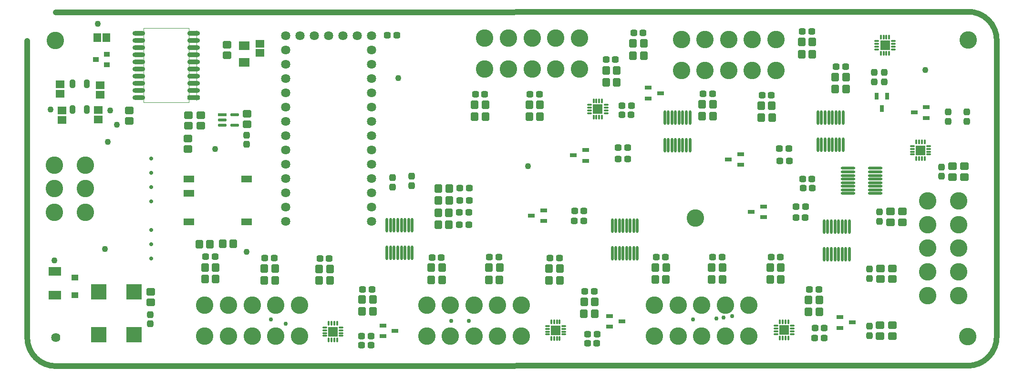
<source format=gts>
G04*
G04 #@! TF.GenerationSoftware,Altium Limited,Altium Designer,22.8.2 (66)*
G04*
G04 Layer_Color=8388736*
%FSLAX44Y44*%
%MOMM*%
G71*
G04*
G04 #@! TF.SameCoordinates,3B6084FD-5DD7-4A75-9D95-E8563ACB50C0*
G04*
G04*
G04 #@! TF.FilePolarity,Negative*
G04*
G01*
G75*
%ADD18C,1.0000*%
%ADD19C,0.0254*%
%ADD20C,0.0500*%
G04:AMPARAMS|DCode=24|XSize=1.5544mm|YSize=0.5721mm|CornerRadius=0.2861mm|HoleSize=0mm|Usage=FLASHONLY|Rotation=0.000|XOffset=0mm|YOffset=0mm|HoleType=Round|Shape=RoundedRectangle|*
%AMROUNDEDRECTD24*
21,1,1.5544,0.0000,0,0,0.0*
21,1,0.9823,0.5721,0,0,0.0*
1,1,0.5721,0.4911,0.0000*
1,1,0.5721,-0.4911,0.0000*
1,1,0.5721,-0.4911,0.0000*
1,1,0.5721,0.4911,0.0000*
%
%ADD24ROUNDEDRECTD24*%
%ADD25R,1.5544X0.5721*%
%ADD35R,2.1800X1.6200*%
%ADD36R,1.8582X1.5057*%
%ADD48O,0.4516X2.6516*%
%ADD49O,2.6516X0.4516*%
%ADD50R,1.9016X1.3016*%
G04:AMPARAMS|DCode=51|XSize=1.4016mm|YSize=1.6017mm|CornerRadius=0.3758mm|HoleSize=0mm|Usage=FLASHONLY|Rotation=180.000|XOffset=0mm|YOffset=0mm|HoleType=Round|Shape=RoundedRectangle|*
%AMROUNDEDRECTD51*
21,1,1.4016,0.8501,0,0,180.0*
21,1,0.6500,1.6017,0,0,180.0*
1,1,0.7516,-0.3250,0.4251*
1,1,0.7516,0.3250,0.4251*
1,1,0.7516,0.3250,-0.4251*
1,1,0.7516,-0.3250,-0.4251*
%
%ADD51ROUNDEDRECTD51*%
G04:AMPARAMS|DCode=52|XSize=1.4016mm|YSize=1.6017mm|CornerRadius=0.3758mm|HoleSize=0mm|Usage=FLASHONLY|Rotation=90.000|XOffset=0mm|YOffset=0mm|HoleType=Round|Shape=RoundedRectangle|*
%AMROUNDEDRECTD52*
21,1,1.4016,0.8501,0,0,90.0*
21,1,0.6500,1.6017,0,0,90.0*
1,1,0.7516,0.4251,0.3250*
1,1,0.7516,0.4251,-0.3250*
1,1,0.7516,-0.4251,-0.3250*
1,1,0.7516,-0.4251,0.3250*
%
%ADD52ROUNDEDRECTD52*%
G04:AMPARAMS|DCode=53|XSize=1.1016mm|YSize=1.2516mm|CornerRadius=0.3008mm|HoleSize=0mm|Usage=FLASHONLY|Rotation=0.000|XOffset=0mm|YOffset=0mm|HoleType=Round|Shape=RoundedRectangle|*
%AMROUNDEDRECTD53*
21,1,1.1016,0.6500,0,0,0.0*
21,1,0.5000,1.2516,0,0,0.0*
1,1,0.6016,0.2500,-0.3250*
1,1,0.6016,-0.2500,-0.3250*
1,1,0.6016,-0.2500,0.3250*
1,1,0.6016,0.2500,0.3250*
%
%ADD53ROUNDEDRECTD53*%
G04:AMPARAMS|DCode=54|XSize=1.1016mm|YSize=1.2516mm|CornerRadius=0.3008mm|HoleSize=0mm|Usage=FLASHONLY|Rotation=270.000|XOffset=0mm|YOffset=0mm|HoleType=Round|Shape=RoundedRectangle|*
%AMROUNDEDRECTD54*
21,1,1.1016,0.6500,0,0,270.0*
21,1,0.5000,1.2516,0,0,270.0*
1,1,0.6016,-0.3250,-0.2500*
1,1,0.6016,-0.3250,0.2500*
1,1,0.6016,0.3250,0.2500*
1,1,0.6016,0.3250,-0.2500*
%
%ADD54ROUNDEDRECTD54*%
%ADD55R,2.8016X2.8016*%
G04:AMPARAMS|DCode=56|XSize=1.2516mm|YSize=0.7016mm|CornerRadius=0.1258mm|HoleSize=0mm|Usage=FLASHONLY|Rotation=0.000|XOffset=0mm|YOffset=0mm|HoleType=Round|Shape=RoundedRectangle|*
%AMROUNDEDRECTD56*
21,1,1.2516,0.4500,0,0,0.0*
21,1,1.0000,0.7016,0,0,0.0*
1,1,0.2516,0.5000,-0.2250*
1,1,0.2516,-0.5000,-0.2250*
1,1,0.2516,-0.5000,0.2250*
1,1,0.2516,0.5000,0.2250*
%
%ADD56ROUNDEDRECTD56*%
G04:AMPARAMS|DCode=57|XSize=1.2516mm|YSize=0.7016mm|CornerRadius=0.1258mm|HoleSize=0mm|Usage=FLASHONLY|Rotation=270.000|XOffset=0mm|YOffset=0mm|HoleType=Round|Shape=RoundedRectangle|*
%AMROUNDEDRECTD57*
21,1,1.2516,0.4500,0,0,270.0*
21,1,1.0000,0.7016,0,0,270.0*
1,1,0.2516,-0.2250,-0.5000*
1,1,0.2516,-0.2250,0.5000*
1,1,0.2516,0.2250,0.5000*
1,1,0.2516,0.2250,-0.5000*
%
%ADD57ROUNDEDRECTD57*%
%ADD58R,1.0016X0.9016*%
%ADD59R,1.2016X1.0516*%
%ADD60R,1.5516X1.4016*%
%ADD61R,1.4016X1.5516*%
%ADD62R,1.5516X1.3516*%
%ADD63O,0.9016X0.3516*%
%ADD64O,0.3516X0.9016*%
%ADD65R,1.7816X1.7816*%
%ADD66R,1.7816X1.7816*%
%ADD67C,1.1016*%
%ADD68O,2.2606X0.8128*%
G04:AMPARAMS|DCode=69|XSize=2.2606mm|YSize=0.8128mm|CornerRadius=0.2286mm|HoleSize=0mm|Usage=FLASHONLY|Rotation=180.000|XOffset=0mm|YOffset=0mm|HoleType=Round|Shape=RoundedRectangle|*
%AMROUNDEDRECTD69*
21,1,2.2606,0.3556,0,0,180.0*
21,1,1.8034,0.8128,0,0,180.0*
1,1,0.4572,-0.9017,0.1778*
1,1,0.4572,0.9017,0.1778*
1,1,0.4572,0.9017,-0.1778*
1,1,0.4572,-0.9017,-0.1778*
%
%ADD69ROUNDEDRECTD69*%
G04:AMPARAMS|DCode=70|XSize=1.4516mm|YSize=1.0016mm|CornerRadius=0.2758mm|HoleSize=0mm|Usage=FLASHONLY|Rotation=90.000|XOffset=0mm|YOffset=0mm|HoleType=Round|Shape=RoundedRectangle|*
%AMROUNDEDRECTD70*
21,1,1.4516,0.4500,0,0,90.0*
21,1,0.9000,1.0016,0,0,90.0*
1,1,0.5516,0.2250,0.4500*
1,1,0.5516,0.2250,-0.4500*
1,1,0.5516,-0.2250,-0.4500*
1,1,0.5516,-0.2250,0.4500*
%
%ADD70ROUNDEDRECTD70*%
%ADD71C,1.6316*%
%ADD72C,0.7016*%
%ADD73C,3.1016*%
%ADD74C,1.6256*%
%ADD75C,0.7616*%
D18*
X-899Y50800D02*
G03*
X50253Y119I50683J0D01*
G01*
X1668595Y738D02*
G03*
X1720070Y52692I0J51477D01*
G01*
X1720140Y579741D02*
G03*
X1668988Y630422I-50683J0D01*
G01*
X50253Y-4D02*
X1668595Y738D01*
X1720070Y52692D02*
X1720088Y579741D01*
X49673Y629466D02*
X1668988Y630420D01*
X-1016Y50800D02*
X-1008Y578314D01*
D19*
X299227Y472948D02*
Y597154D01*
D20*
X205930Y468926D02*
X285825D01*
X205930D02*
Y600964D01*
X285825D01*
Y468926D02*
Y600964D01*
D24*
X367284Y447244D02*
D03*
Y428244D02*
D03*
X345278D02*
D03*
Y437744D02*
D03*
D25*
Y447244D02*
D03*
D35*
X48260Y126220D02*
D03*
Y168420D02*
D03*
D36*
X384128Y540482D02*
D03*
Y570006D02*
D03*
D48*
X1175408Y441960D02*
D03*
X1169008D02*
D03*
X1162608D02*
D03*
X1156208D02*
D03*
X1149808D02*
D03*
X1143408D02*
D03*
X1137008D02*
D03*
X1130608D02*
D03*
X1175408Y392960D02*
D03*
X1169008D02*
D03*
X1162608D02*
D03*
X1156208D02*
D03*
X1149808D02*
D03*
X1143408D02*
D03*
X1137008D02*
D03*
X1130608D02*
D03*
X1447392Y442468D02*
D03*
X1440992D02*
D03*
X1434592D02*
D03*
X1428192D02*
D03*
X1421792D02*
D03*
X1415392D02*
D03*
X1408992D02*
D03*
X1402592D02*
D03*
X1447392Y393468D02*
D03*
X1440992D02*
D03*
X1434592D02*
D03*
X1428192D02*
D03*
X1421792D02*
D03*
X1415392D02*
D03*
X1408992D02*
D03*
X1402592D02*
D03*
X1413668Y198904D02*
D03*
X1420068D02*
D03*
X1426468D02*
D03*
X1432868D02*
D03*
X1439268D02*
D03*
X1445668D02*
D03*
X1452068D02*
D03*
X1458468D02*
D03*
X1413668Y247904D02*
D03*
X1420068D02*
D03*
X1426468D02*
D03*
X1432868D02*
D03*
X1439268D02*
D03*
X1445668D02*
D03*
X1452068D02*
D03*
X1458468D02*
D03*
X1037440Y200936D02*
D03*
X1043840D02*
D03*
X1050240D02*
D03*
X1056640D02*
D03*
X1063040D02*
D03*
X1069440D02*
D03*
X1075840D02*
D03*
X1082240D02*
D03*
X1037440Y249936D02*
D03*
X1043840D02*
D03*
X1050240D02*
D03*
X1056640D02*
D03*
X1063040D02*
D03*
X1069440D02*
D03*
X1075840D02*
D03*
X1082240D02*
D03*
X637644Y201444D02*
D03*
X644044D02*
D03*
X650444D02*
D03*
X656844D02*
D03*
X663244D02*
D03*
X669644D02*
D03*
X676044D02*
D03*
X682444D02*
D03*
X637644Y250444D02*
D03*
X644044D02*
D03*
X650444D02*
D03*
X656844D02*
D03*
X663244D02*
D03*
X669644D02*
D03*
X676044D02*
D03*
X682444D02*
D03*
D49*
X1504696Y307140D02*
D03*
Y313540D02*
D03*
Y319940D02*
D03*
Y326340D02*
D03*
Y332740D02*
D03*
Y339140D02*
D03*
Y345540D02*
D03*
Y351940D02*
D03*
X1455696Y307140D02*
D03*
Y313540D02*
D03*
Y319940D02*
D03*
Y326340D02*
D03*
Y332740D02*
D03*
Y339140D02*
D03*
Y345540D02*
D03*
Y351940D02*
D03*
D50*
X388312Y332740D02*
D03*
Y256540D02*
D03*
X286312D02*
D03*
Y307340D02*
D03*
Y332740D02*
D03*
D51*
X345948Y217424D02*
D03*
X364947D02*
D03*
X1114076Y175506D02*
D03*
X1133076D02*
D03*
X716427Y174998D02*
D03*
X735426D02*
D03*
X314733Y175768D02*
D03*
X333732D02*
D03*
X1074420Y573778D02*
D03*
X1093419D02*
D03*
X1433372Y513834D02*
D03*
X1452372D02*
D03*
X1373664Y576318D02*
D03*
X1392664D02*
D03*
X1214279Y175506D02*
D03*
X1233278D02*
D03*
X818669D02*
D03*
X837668D02*
D03*
X1026704Y526146D02*
D03*
X1045704D02*
D03*
X419889Y173982D02*
D03*
X438888D02*
D03*
X909284Y465202D02*
D03*
X890284D02*
D03*
X1320768Y463558D02*
D03*
X1301768D02*
D03*
X1317817Y175244D02*
D03*
X1336816D02*
D03*
X925372Y173720D02*
D03*
X944371D02*
D03*
X517413Y172966D02*
D03*
X536412D02*
D03*
X812255Y465202D02*
D03*
X793256D02*
D03*
X1216391Y465590D02*
D03*
X1197392D02*
D03*
X1386006Y117594D02*
D03*
X1405005D02*
D03*
X987857Y114300D02*
D03*
X1006856D02*
D03*
X593444Y118567D02*
D03*
X612443D02*
D03*
X304597Y216916D02*
D03*
X323596D02*
D03*
X747979Y316230D02*
D03*
X728980D02*
D03*
X747979Y294640D02*
D03*
X728980D02*
D03*
X747471Y272796D02*
D03*
X728472D02*
D03*
X747471Y251206D02*
D03*
X728472D02*
D03*
X1114044Y153924D02*
D03*
X1133043D02*
D03*
X716427Y153154D02*
D03*
X735426D02*
D03*
X314733Y154678D02*
D03*
X333732D02*
D03*
X1074420Y552196D02*
D03*
X1093419D02*
D03*
X1433608Y492498D02*
D03*
X1452608D02*
D03*
X1373664Y554474D02*
D03*
X1392664D02*
D03*
X1214279Y154170D02*
D03*
X1233278D02*
D03*
X818420Y153662D02*
D03*
X837420D02*
D03*
X1026704Y504810D02*
D03*
X1045704D02*
D03*
X419889Y152646D02*
D03*
X438888D02*
D03*
X909284Y443866D02*
D03*
X890284D02*
D03*
X1321276Y442222D02*
D03*
X1302276D02*
D03*
X1317817Y153908D02*
D03*
X1336816D02*
D03*
X925372Y152646D02*
D03*
X944371D02*
D03*
X517413Y152138D02*
D03*
X536412D02*
D03*
X812255Y443866D02*
D03*
X793256D02*
D03*
X1216391Y444254D02*
D03*
X1197392D02*
D03*
X1386006Y96258D02*
D03*
X1405005D02*
D03*
X987101Y92964D02*
D03*
X1006100D02*
D03*
X593444Y97477D02*
D03*
X612443D02*
D03*
D52*
X284569Y404960D02*
D03*
Y385960D02*
D03*
X389128Y430276D02*
D03*
Y449275D02*
D03*
X1513086Y53609D02*
D03*
Y72608D02*
D03*
X1513594Y154736D02*
D03*
Y173736D02*
D03*
X1531433Y256031D02*
D03*
Y275030D02*
D03*
X1641102Y336687D02*
D03*
Y355686D02*
D03*
X285234Y446500D02*
D03*
Y427500D02*
D03*
X1534422Y53609D02*
D03*
Y72608D02*
D03*
X1534930Y154736D02*
D03*
Y173736D02*
D03*
X1552769Y256031D02*
D03*
Y275030D02*
D03*
X1662438Y336687D02*
D03*
Y355686D02*
D03*
X353648Y572008D02*
D03*
Y553009D02*
D03*
X180340Y455168D02*
D03*
Y436169D02*
D03*
X218432Y113556D02*
D03*
Y132556D02*
D03*
X307078Y427500D02*
D03*
Y446500D02*
D03*
D53*
X1494028Y54742D02*
D03*
Y71242D02*
D03*
X1494536Y156342D02*
D03*
Y172842D02*
D03*
X1512367Y257637D02*
D03*
Y274137D02*
D03*
X1622044Y337820D02*
D03*
Y354320D02*
D03*
X1520444Y522468D02*
D03*
Y505968D02*
D03*
X1634236Y435620D02*
D03*
Y452120D02*
D03*
X1502664Y505968D02*
D03*
Y522468D02*
D03*
X1667256Y452120D02*
D03*
Y435620D02*
D03*
X647192Y318902D02*
D03*
Y335402D02*
D03*
X681736Y321442D02*
D03*
Y337942D02*
D03*
X388366Y410962D02*
D03*
Y394462D02*
D03*
X217424Y75316D02*
D03*
Y91816D02*
D03*
D54*
X1115324Y194056D02*
D03*
X1131824D02*
D03*
X717560Y193548D02*
D03*
X734060D02*
D03*
X315854Y194564D02*
D03*
X332354D02*
D03*
X1075554Y592836D02*
D03*
X1092054D02*
D03*
X1434978Y532892D02*
D03*
X1451478D02*
D03*
X1375034Y595376D02*
D03*
X1391534D02*
D03*
X1215644Y194056D02*
D03*
X1232144D02*
D03*
X819790D02*
D03*
X836290D02*
D03*
X1026546Y545084D02*
D03*
X1043046D02*
D03*
X421010Y192532D02*
D03*
X437510D02*
D03*
X908150Y483736D02*
D03*
X891650D02*
D03*
X1319906Y481584D02*
D03*
X1303406D02*
D03*
X1319545Y193794D02*
D03*
X1336044D02*
D03*
X926978Y192532D02*
D03*
X943478D02*
D03*
X518546Y191516D02*
D03*
X535046D02*
D03*
X811122Y483736D02*
D03*
X794622D02*
D03*
X1215258Y484124D02*
D03*
X1198758D02*
D03*
X1387612Y136652D02*
D03*
X1404112D02*
D03*
X989100Y132850D02*
D03*
X1005600D02*
D03*
X594577Y136855D02*
D03*
X611077D02*
D03*
X1054774Y462908D02*
D03*
X1071274D02*
D03*
X1397386Y67564D02*
D03*
X1413886D02*
D03*
X993924Y56896D02*
D03*
X1010424D02*
D03*
X592592Y53340D02*
D03*
X609092D02*
D03*
X1071262Y447160D02*
D03*
X1054762D02*
D03*
X1413378Y50292D02*
D03*
X1396878D02*
D03*
X1010014Y41148D02*
D03*
X993514D02*
D03*
X609092Y37084D02*
D03*
X592592D02*
D03*
X1064644Y368336D02*
D03*
X1048144D02*
D03*
X1351572Y365052D02*
D03*
X1335072D02*
D03*
X1379972Y264668D02*
D03*
X1363472D02*
D03*
X986658Y258064D02*
D03*
X970158D02*
D03*
X783458Y316484D02*
D03*
X766958D02*
D03*
X1392853Y316975D02*
D03*
X1376353D02*
D03*
X783458Y295148D02*
D03*
X766958D02*
D03*
X782950Y273812D02*
D03*
X766450D02*
D03*
X1064644Y389092D02*
D03*
X1048144D02*
D03*
X1350942Y387404D02*
D03*
X1334442D02*
D03*
X1392081Y332724D02*
D03*
X1375581D02*
D03*
X1380480Y283972D02*
D03*
X1363980D02*
D03*
X987166Y276352D02*
D03*
X970666D02*
D03*
X782950Y251968D02*
D03*
X766450D02*
D03*
X638434Y588264D02*
D03*
X654934D02*
D03*
D55*
X188214Y132334D02*
D03*
X126014D02*
D03*
X188214Y56134D02*
D03*
X126014D02*
D03*
D56*
X1101670Y476148D02*
D03*
X1123370Y485648D02*
D03*
X1101670Y495148D02*
D03*
X1595302Y460604D02*
D03*
X1573602Y451104D02*
D03*
X1595302Y441604D02*
D03*
X1442030Y68224D02*
D03*
X1463730Y77724D02*
D03*
X1442030Y87224D02*
D03*
X1033090Y70256D02*
D03*
X1054790Y79756D02*
D03*
X1033090Y89256D02*
D03*
X630246Y53492D02*
D03*
X651946Y62992D02*
D03*
X630246Y72492D02*
D03*
X990274Y384404D02*
D03*
X968574Y374904D02*
D03*
X990274Y365404D02*
D03*
X1265610Y377292D02*
D03*
X1243910Y367792D02*
D03*
X1265610Y358292D02*
D03*
X1306250Y283820D02*
D03*
X1284550Y274320D02*
D03*
X1306250Y264820D02*
D03*
X915598Y277216D02*
D03*
X893898Y267716D02*
D03*
X915598Y258216D02*
D03*
D57*
X1506880Y480242D02*
D03*
X1516380Y458542D02*
D03*
X1525880Y480242D02*
D03*
D58*
X140556Y536092D02*
D03*
Y555092D02*
D03*
X120556Y545592D02*
D03*
D59*
X83820Y157990D02*
D03*
Y126490D02*
D03*
D60*
X412068Y573404D02*
D03*
Y557404D02*
D03*
D61*
X123572Y584708D02*
D03*
X139572D02*
D03*
D62*
X128524Y482736D02*
D03*
Y499736D02*
D03*
X57404Y484260D02*
D03*
Y501260D02*
D03*
X60452Y438032D02*
D03*
Y455032D02*
D03*
X124968Y439048D02*
D03*
Y456048D02*
D03*
D63*
X997436Y449700D02*
D03*
Y454700D02*
D03*
Y459700D02*
D03*
Y464700D02*
D03*
X1026436D02*
D03*
Y459700D02*
D03*
Y454700D02*
D03*
Y449700D02*
D03*
X1507192Y563452D02*
D03*
Y568452D02*
D03*
Y573452D02*
D03*
Y578452D02*
D03*
X1536192D02*
D03*
Y573452D02*
D03*
Y568452D02*
D03*
Y563452D02*
D03*
X1570460Y376548D02*
D03*
Y381548D02*
D03*
Y386548D02*
D03*
Y391548D02*
D03*
X1599460D02*
D03*
Y386548D02*
D03*
Y381548D02*
D03*
Y376548D02*
D03*
X1328144Y57016D02*
D03*
Y62016D02*
D03*
Y67016D02*
D03*
Y72016D02*
D03*
X1357144D02*
D03*
Y67016D02*
D03*
Y62016D02*
D03*
Y57016D02*
D03*
X922252Y56508D02*
D03*
Y61508D02*
D03*
Y66508D02*
D03*
Y71508D02*
D03*
X951252D02*
D03*
Y66508D02*
D03*
Y61508D02*
D03*
Y56508D02*
D03*
X527028Y53968D02*
D03*
Y58968D02*
D03*
Y63968D02*
D03*
Y68968D02*
D03*
X556028D02*
D03*
Y63968D02*
D03*
Y58968D02*
D03*
Y53968D02*
D03*
D64*
X1004436Y471700D02*
D03*
X1009436D02*
D03*
X1014436D02*
D03*
X1019436D02*
D03*
Y442700D02*
D03*
X1014436D02*
D03*
X1009436D02*
D03*
X1004436D02*
D03*
X1514192Y585452D02*
D03*
X1519192D02*
D03*
X1524192D02*
D03*
X1529192D02*
D03*
Y556452D02*
D03*
X1524192D02*
D03*
X1519192D02*
D03*
X1514192D02*
D03*
X1592460Y369548D02*
D03*
X1587460D02*
D03*
X1582460D02*
D03*
X1577460D02*
D03*
Y398548D02*
D03*
X1582460D02*
D03*
X1587460D02*
D03*
X1592460D02*
D03*
X1335144Y79016D02*
D03*
X1340144D02*
D03*
X1345144D02*
D03*
X1350144D02*
D03*
Y50016D02*
D03*
X1345144D02*
D03*
X1340144D02*
D03*
X1335144D02*
D03*
X929252Y78508D02*
D03*
X934252D02*
D03*
X939252D02*
D03*
X944252D02*
D03*
Y49508D02*
D03*
X939252D02*
D03*
X934252D02*
D03*
X929252D02*
D03*
X534028Y75968D02*
D03*
X539028D02*
D03*
X544028D02*
D03*
X549028D02*
D03*
Y46968D02*
D03*
X544028D02*
D03*
X539028D02*
D03*
X534028D02*
D03*
D65*
X1011936Y457200D02*
D03*
X1521692Y570952D02*
D03*
X1342644Y64516D02*
D03*
X936752Y64008D02*
D03*
X541528Y61468D02*
D03*
D66*
X1584960Y384048D02*
D03*
D67*
X388745Y203583D02*
D03*
X1593088Y526796D02*
D03*
X124460Y609092D02*
D03*
X141732Y398780D02*
D03*
X136652Y208788D02*
D03*
X47244Y187960D02*
D03*
X887984Y356108D02*
D03*
X146304Y455168D02*
D03*
X40640Y456692D02*
D03*
X657860Y512064D02*
D03*
X157988Y429514D02*
D03*
X332740Y386080D02*
D03*
D68*
X197099Y592074D02*
D03*
X294645D02*
D03*
X197109Y579374D02*
D03*
Y566674D02*
D03*
Y553974D02*
D03*
Y541274D02*
D03*
Y528574D02*
D03*
Y515874D02*
D03*
Y503174D02*
D03*
Y490474D02*
D03*
Y477774D02*
D03*
X294645Y579374D02*
D03*
Y566674D02*
D03*
Y553974D02*
D03*
Y541274D02*
D03*
Y528574D02*
D03*
Y515874D02*
D03*
Y503174D02*
D03*
Y490474D02*
D03*
D69*
Y477774D02*
D03*
D70*
X79648Y456404D02*
D03*
X104648D02*
D03*
Y501904D02*
D03*
X79648D02*
D03*
D71*
X610616Y587756D02*
D03*
Y562356D02*
D03*
Y536956D02*
D03*
Y511556D02*
D03*
Y486156D02*
D03*
Y460756D02*
D03*
Y435356D02*
D03*
Y409956D02*
D03*
Y384556D02*
D03*
Y359156D02*
D03*
Y333756D02*
D03*
Y308356D02*
D03*
Y282956D02*
D03*
Y257556D02*
D03*
X458216Y587756D02*
D03*
Y562356D02*
D03*
Y536956D02*
D03*
Y511556D02*
D03*
Y486156D02*
D03*
Y460756D02*
D03*
Y435356D02*
D03*
Y409956D02*
D03*
Y384556D02*
D03*
Y359156D02*
D03*
Y333756D02*
D03*
Y308356D02*
D03*
Y282956D02*
D03*
Y257556D02*
D03*
X585216Y587756D02*
D03*
X559816D02*
D03*
X534416D02*
D03*
X509016D02*
D03*
X483616D02*
D03*
D72*
X218948Y191516D02*
D03*
Y216916D02*
D03*
Y242316D02*
D03*
Y369316D02*
D03*
Y293116D02*
D03*
Y318516D02*
D03*
Y343916D02*
D03*
D73*
X102616Y357812D02*
D03*
Y315812D02*
D03*
Y273812D02*
D03*
X47616Y357812D02*
D03*
Y315812D02*
D03*
Y273812D02*
D03*
X1185164Y263144D02*
D03*
X937260Y528184D02*
D03*
Y583184D02*
D03*
X895260Y528184D02*
D03*
Y583184D02*
D03*
X853260Y528184D02*
D03*
Y583184D02*
D03*
X811260Y528184D02*
D03*
Y583184D02*
D03*
X979260D02*
D03*
Y528184D02*
D03*
X1286272Y526288D02*
D03*
Y581288D02*
D03*
X1244272Y526288D02*
D03*
Y581288D02*
D03*
X1202272Y526288D02*
D03*
Y581288D02*
D03*
X1160272Y526288D02*
D03*
Y581288D02*
D03*
X1328272D02*
D03*
Y526288D02*
D03*
X1597660Y125804D02*
D03*
X1652660D02*
D03*
Y293804D02*
D03*
X1597660D02*
D03*
X1652660Y251804D02*
D03*
X1597660D02*
D03*
X1652660Y209804D02*
D03*
X1597660D02*
D03*
X1652660Y167804D02*
D03*
X1597660D02*
D03*
X356272Y108204D02*
D03*
Y53204D02*
D03*
X398272Y108204D02*
D03*
Y53204D02*
D03*
X440272Y108204D02*
D03*
Y53204D02*
D03*
X482272Y108204D02*
D03*
Y53204D02*
D03*
X314272D02*
D03*
Y108204D02*
D03*
X1668600Y52220D02*
D03*
X708152Y108204D02*
D03*
Y53204D02*
D03*
X876152D02*
D03*
Y108204D02*
D03*
X834152Y53204D02*
D03*
Y108204D02*
D03*
X792152Y53204D02*
D03*
Y108204D02*
D03*
X750152Y53204D02*
D03*
Y108204D02*
D03*
X1154340Y108712D02*
D03*
Y53712D02*
D03*
X1196340Y108712D02*
D03*
Y53712D02*
D03*
X1238340Y108712D02*
D03*
Y53712D02*
D03*
X1280340Y108712D02*
D03*
Y53712D02*
D03*
X1112340D02*
D03*
Y108712D02*
D03*
X1669460Y579740D02*
D03*
X48770Y579630D02*
D03*
D74*
X49780Y50800D02*
D03*
D75*
X457708Y75692D02*
D03*
X431800Y82806D02*
D03*
X751332Y80264D02*
D03*
X783336Y80774D02*
D03*
X1180592Y83312D02*
D03*
X1234948Y86868D02*
D03*
X1250188Y88900D02*
D03*
X1222756Y84836D02*
D03*
M02*

</source>
